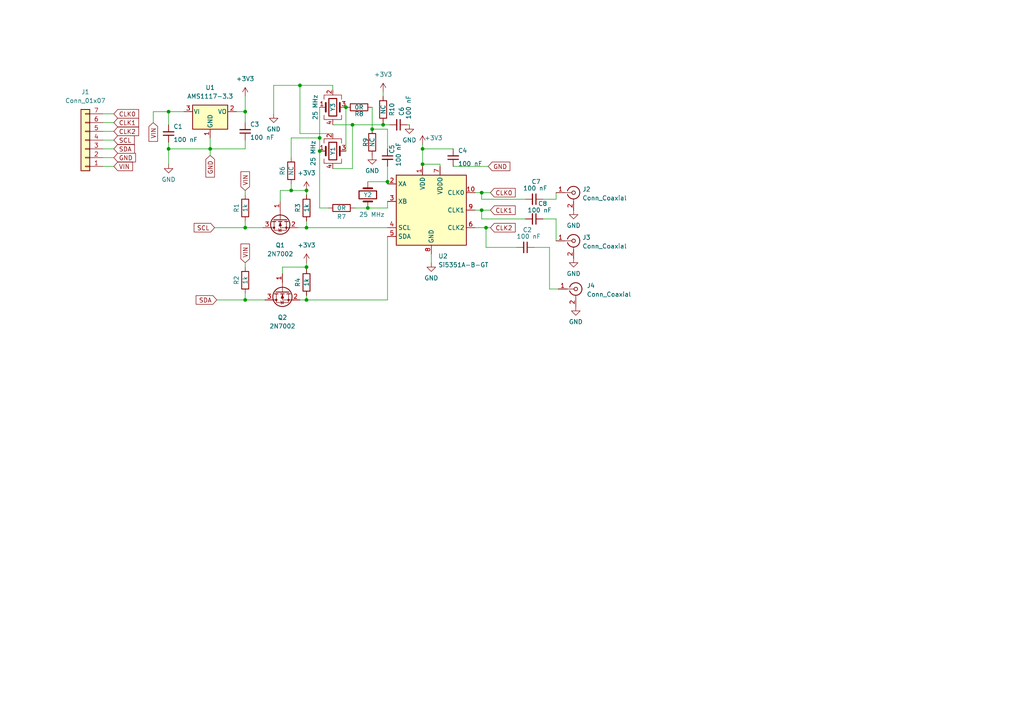
<source format=kicad_sch>
(kicad_sch (version 20211123) (generator eeschema)
  (paper "A4")
  (lib_symbols
    (symbol "Connector:Conn_Coaxial" (pin_names (offset 1.016) hide)
      (property "Reference" "J" (at 0.254 3.048 0))
      (property "Value" "Conn_Coaxial" (at 2.921 0 90))
      (symbol "Conn_Coaxial_0_1"
        (arc (start -1.778 -0.508) (mid 0.2311 -1.8066) (end 1.778 0) (stroke (width 0.254)))
        (polyline (pts (xy -2.54 0) (xy -0.508 0)))
        (polyline (pts (xy 0 -2.54) (xy 0 -1.778)))
        (circle (center 0 0) (radius 0.508) (stroke (width 0.2032)))
        (arc (start 1.778 0) (mid 0.2099 1.8101) (end -1.778 0.508) (stroke (width 0.254)))
      )
      (symbol "Conn_Coaxial_1_1"
        (pin passive line (at -5.08 0 0) (length 2.54) (name "In") (number "1"))
        (pin passive line (at 0 -5.08 90) (length 2.54) (name "Ext") (number "2"))
      )
    )
    (symbol "Connector_Generic:Conn_01x07" (pin_names (offset 1.016) hide)
      (property "Reference" "J" (at 0 10.16 0))
      (property "Value" "Conn_01x07" (at 0 -10.16 0))
      (symbol "Conn_01x07_1_1"
        (rectangle (start -1.27 -7.493) (end 0 -7.747) (stroke (width 0.1524)))
        (rectangle (start -1.27 -4.953) (end 0 -5.207) (stroke (width 0.1524)))
        (rectangle (start -1.27 -2.413) (end 0 -2.667) (stroke (width 0.1524)))
        (rectangle (start -1.27 0.127) (end 0 -0.127) (stroke (width 0.1524)))
        (rectangle (start -1.27 2.667) (end 0 2.413) (stroke (width 0.1524)))
        (rectangle (start -1.27 5.207) (end 0 4.953) (stroke (width 0.1524)))
        (rectangle (start -1.27 7.747) (end 0 7.493) (stroke (width 0.1524)))
        (rectangle (start -1.27 8.89) (end 1.27 -8.89) (stroke (width 0.254)) (fill (type background)))
        (pin passive line (at -5.08 7.62 0) (length 3.81) (name "Pin_1") (number "1"))
        (pin passive line (at -5.08 5.08 0) (length 3.81) (name "Pin_2") (number "2"))
        (pin passive line (at -5.08 2.54 0) (length 3.81) (name "Pin_3") (number "3"))
        (pin passive line (at -5.08 0 0) (length 3.81) (name "Pin_4") (number "4"))
        (pin passive line (at -5.08 -2.54 0) (length 3.81) (name "Pin_5") (number "5"))
        (pin passive line (at -5.08 -5.08 0) (length 3.81) (name "Pin_6") (number "6"))
        (pin passive line (at -5.08 -7.62 0) (length 3.81) (name "Pin_7") (number "7"))
      )
    )
    (symbol "Device:C_Small" (pin_numbers hide) (pin_names (offset 0.254) hide)
      (property "Reference" "C" (at 0.254 1.778 0))
      (property "Value" "C_Small" (at 0.254 -2.032 0))
      (symbol "C_Small_0_1"
        (polyline (pts (xy -1.524 -0.508) (xy 1.524 -0.508)) (stroke (width 0.3302)))
        (polyline (pts (xy -1.524 0.508) (xy 1.524 0.508)) (stroke (width 0.3048)))
      )
      (symbol "C_Small_1_1"
        (pin passive line (at 0 2.54 270) (length 2.032) (name "~") (number "1"))
        (pin passive line (at 0 -2.54 90) (length 2.032) (name "~") (number "2"))
      )
    )
    (symbol "Device:Crystal" (pin_numbers hide) (pin_names (offset 1.016) hide)
      (property "Reference" "Y" (at 0 3.81 0))
      (property "Value" "Crystal" (at 0 -3.81 0))
      (symbol "Crystal_0_1"
        (rectangle (start -1.143 2.54) (end 1.143 -2.54) (stroke (width 0.3048)))
        (polyline (pts (xy -2.54 0) (xy -1.905 0)))
        (polyline (pts (xy -1.905 -1.27) (xy -1.905 1.27)) (stroke (width 0.508)))
        (polyline (pts (xy 1.905 -1.27) (xy 1.905 1.27)) (stroke (width 0.508)))
        (polyline (pts (xy 2.54 0) (xy 1.905 0)))
      )
      (symbol "Crystal_1_1"
        (pin passive line (at -3.81 0 0) (length 1.27) (name "1") (number "1"))
        (pin passive line (at 3.81 0 180) (length 1.27) (name "2") (number "2"))
      )
    )
    (symbol "Device:Crystal_GND24" (pin_names (offset 1.016) hide)
      (property "Reference" "Y" (at 3.175 5.08 0))
      (property "Value" "Crystal_GND24" (at 3.175 3.175 0))
      (symbol "Crystal_GND24_0_1"
        (rectangle (start -1.143 2.54) (end 1.143 -2.54) (stroke (width 0.3048)))
        (polyline (pts (xy -2.54 0) (xy -2.032 0)))
        (polyline (pts (xy -2.032 -1.27) (xy -2.032 1.27)) (stroke (width 0.508)))
        (polyline (pts (xy 0 -3.81) (xy 0 -3.556)))
        (polyline (pts (xy 0 3.556) (xy 0 3.81)))
        (polyline (pts (xy 2.032 -1.27) (xy 2.032 1.27)) (stroke (width 0.508)))
        (polyline (pts (xy 2.032 0) (xy 2.54 0)))
        (polyline (pts (xy -2.54 -2.286) (xy -2.54 -3.556) (xy 2.54 -3.556) (xy 2.54 -2.286)))
        (polyline (pts (xy -2.54 2.286) (xy -2.54 3.556) (xy 2.54 3.556) (xy 2.54 2.286)))
      )
      (symbol "Crystal_GND24_1_1"
        (pin passive line (at -3.81 0 0) (length 1.27) (name "1") (number "1"))
        (pin passive line (at 0 5.08 270) (length 1.27) (name "2") (number "2"))
        (pin passive line (at 3.81 0 180) (length 1.27) (name "3") (number "3"))
        (pin passive line (at 0 -5.08 90) (length 1.27) (name "4") (number "4"))
      )
    )
    (symbol "Device:R" (pin_numbers hide) (pin_names (offset 0))
      (property "Reference" "R" (at 2.032 0 90))
      (property "Value" "R" (at 0 0 90))
      (symbol "R_0_1"
        (rectangle (start -1.016 -2.54) (end 1.016 2.54) (stroke (width 0.254)))
      )
      (symbol "R_1_1"
        (pin passive line (at 0 3.81 270) (length 1.27) (name "~") (number "1"))
        (pin passive line (at 0 -3.81 90) (length 1.27) (name "~") (number "2"))
      )
    )
    (symbol "Oscillator:Si5351A-B-GT"
      (property "Reference" "U" (at -8.89 11.43 0))
      (property "Value" "Si5351A-B-GT" (at -12.7 -12.7 0))
      (symbol "Si5351A-B-GT_0_1"
        (rectangle (start -10.16 10.16) (end 10.16 -10.16) (stroke (width 0.254)) (fill (type background)))
      )
      (symbol "Si5351A-B-GT_1_1"
        (pin power_in line (at -2.54 12.7 270) (length 2.54) (name "VDD") (number "1"))
        (pin output line (at 12.7 5.08 180) (length 2.54) (name "CLK0") (number "10"))
        (pin input line (at -12.7 7.62 0) (length 2.54) (name "XA") (number "2"))
        (pin input line (at -12.7 2.54 0) (length 2.54) (name "XB") (number "3"))
        (pin input line (at -12.7 -5.08 0) (length 2.54) (name "SCL") (number "4"))
        (pin bidirectional line (at -12.7 -7.62 0) (length 2.54) (name "SDA") (number "5"))
        (pin output line (at 12.7 -5.08 180) (length 2.54) (name "CLK2") (number "6"))
        (pin power_in line (at 2.54 12.7 270) (length 2.54) (name "VDDO") (number "7"))
        (pin power_in line (at 0 -12.7 90) (length 2.54) (name "GND") (number "8"))
        (pin output line (at 12.7 0 180) (length 2.54) (name "CLK1") (number "9"))
      )
    )
    (symbol "Regulator_Linear:AMS1117-3.3" (pin_names (offset 0.254))
      (property "Reference" "U" (at -3.81 3.175 0))
      (property "Value" "AMS1117-3.3" (at 0 3.175 0))
      (symbol "AMS1117-3.3_0_1"
        (rectangle (start -5.08 -5.08) (end 5.08 1.905) (stroke (width 0.254)) (fill (type background)))
      )
      (symbol "AMS1117-3.3_1_1"
        (pin power_in line (at 0 -7.62 90) (length 2.54) (name "GND") (number "1"))
        (pin power_out line (at 7.62 0 180) (length 2.54) (name "VO") (number "2"))
        (pin power_in line (at -7.62 0 0) (length 2.54) (name "VI") (number "3"))
      )
    )
    (symbol "Transistor_FET:2N7002" (pin_names hide)
      (property "Reference" "Q" (at 5.08 1.905 0))
      (property "Value" "2N7002" (at 5.08 0 0))
      (symbol "2N7002_0_1"
        (polyline (pts (xy 0.254 0) (xy -2.54 0)))
        (polyline (pts (xy 0.254 1.905) (xy 0.254 -1.905)) (stroke (width 0.254)))
        (polyline (pts (xy 0.762 -1.27) (xy 0.762 -2.286)) (stroke (width 0.254)))
        (polyline (pts (xy 0.762 0.508) (xy 0.762 -0.508)) (stroke (width 0.254)))
        (polyline (pts (xy 0.762 2.286) (xy 0.762 1.27)) (stroke (width 0.254)))
        (polyline (pts (xy 2.54 2.54) (xy 2.54 1.778)))
        (polyline (pts (xy 2.54 -2.54) (xy 2.54 0) (xy 0.762 0)))
        (polyline (pts (xy 0.762 -1.778) (xy 3.302 -1.778) (xy 3.302 1.778) (xy 0.762 1.778)))
        (polyline (pts (xy 1.016 0) (xy 2.032 0.381) (xy 2.032 -0.381) (xy 1.016 0)) (fill (type outline)))
        (polyline (pts (xy 2.794 0.508) (xy 2.921 0.381) (xy 3.683 0.381) (xy 3.81 0.254)))
        (polyline (pts (xy 3.302 0.381) (xy 2.921 -0.254) (xy 3.683 -0.254) (xy 3.302 0.381)))
        (circle (center 1.651 0) (radius 2.794) (stroke (width 0.254)))
        (circle (center 2.54 -1.778) (radius 0.254) (fill (type outline)))
        (circle (center 2.54 1.778) (radius 0.254) (fill (type outline)))
      )
      (symbol "2N7002_1_1"
        (pin input line (at -5.08 0 0) (length 2.54) (name "G") (number "1"))
        (pin passive line (at 2.54 -5.08 90) (length 2.54) (name "S") (number "2"))
        (pin passive line (at 2.54 5.08 270) (length 2.54) (name "D") (number "3"))
      )
    )
    (symbol "power:+3V3" (power) (pin_names (offset 0))
      (property "Value" "+3V3" (at 0 3.556 0))
      (symbol "+3V3_0_1"
        (polyline (pts (xy -0.762 1.27) (xy 0 2.54)))
        (polyline (pts (xy 0 0) (xy 0 2.54)))
        (polyline (pts (xy 0 2.54) (xy 0.762 1.27)))
      )
      (symbol "+3V3_1_1"
        (pin power_in line (at 0 0 90) (length 0) hide (name "+3V3") (number "1"))
      )
    )
    (symbol "power:GND" (power) (pin_names (offset 0))
      (property "Value" "GND" (at 0 -3.81 0))
      (symbol "GND_0_1"
        (polyline (pts (xy 0 0) (xy 0 -1.27) (xy 1.27 -1.27) (xy 0 -2.54) (xy -1.27 -1.27) (xy 0 -1.27)))
      )
      (symbol "GND_1_1"
        (pin power_in line (at 0 0 270) (length 0) hide (name "GND") (number "1"))
      )
    )
  )
  (junction (at 122.555 47.625))
  (junction (at 71.12 32.385))
  (junction (at 102.235 36.195))
  (junction (at 88.9 55.245))
  (junction (at 88.9 86.995))
  (junction (at 100.33 31.115))
  (junction (at 139.7 55.88))
  (junction (at 86.995 24.765))
  (junction (at 107.95 37.465))
  (junction (at 60.96 43.18))
  (junction (at 88.9 77.47))
  (junction (at 92.71 43.815))
  (junction (at 139.7 60.96))
  (junction (at 111.125 36.195))
  (junction (at 112.395 52.705))
  (junction (at 71.12 66.04))
  (junction (at 140.97 66.04))
  (junction (at 122.555 43.18))
  (junction (at 48.895 43.18))
  (junction (at 71.12 86.995))
  (junction (at 88.9 66.04))
  (junction (at 48.895 32.385))
  (junction (at 92.71 40.005))
  (junction (at 84.455 55.245))
  (junction (at 106.68 60.325))
  (wire (pts (xy 29.845 40.64) (xy 33.02 40.64)))
  (wire (pts (xy 157.48 63.5) (xy 161.29 63.5)))
  (wire (pts (xy 60.96 43.18) (xy 60.96 45.085)))
  (wire (pts (xy 79.375 24.765) (xy 86.995 24.765)))
  (wire (pts (xy 139.7 57.785) (xy 152.4 57.785)))
  (wire (pts (xy 100.33 31.115) (xy 100.33 43.815)))
  (wire (pts (xy 84.455 40.005) (xy 92.71 40.005)))
  (wire (pts (xy 71.12 35.56) (xy 71.12 32.385)))
  (wire (pts (xy 112.395 37.465) (xy 107.95 37.465)))
  (wire (pts (xy 88.9 86.995) (xy 112.395 86.995)))
  (wire (pts (xy 86.995 86.995) (xy 88.9 86.995)))
  (wire (pts (xy 84.455 53.34) (xy 84.455 55.245)))
  (wire (pts (xy 140.97 66.04) (xy 142.24 66.04)))
  (wire (pts (xy 112.395 43.18) (xy 112.395 37.465)))
  (wire (pts (xy 92.71 43.815) (xy 92.71 60.325)))
  (wire (pts (xy 139.7 60.96) (xy 142.24 60.96)))
  (wire (pts (xy 86.995 38.735) (xy 86.995 24.765)))
  (wire (pts (xy 137.795 66.04) (xy 140.97 66.04)))
  (wire (pts (xy 48.895 32.385) (xy 53.34 32.385)))
  (wire (pts (xy 112.395 52.705) (xy 112.395 53.34)))
  (wire (pts (xy 111.125 36.195) (xy 113.03 36.195)))
  (wire (pts (xy 48.895 41.275) (xy 48.895 43.18)))
  (wire (pts (xy 112.395 48.26) (xy 112.395 52.705)))
  (wire (pts (xy 62.23 66.04) (xy 71.12 66.04)))
  (wire (pts (xy 71.12 27.94) (xy 71.12 32.385)))
  (wire (pts (xy 44.45 35.56) (xy 44.45 32.385)))
  (wire (pts (xy 81.915 77.47) (xy 88.9 77.47)))
  (wire (pts (xy 88.9 77.47) (xy 88.9 78.105)))
  (wire (pts (xy 71.12 64.135) (xy 71.12 66.04)))
  (wire (pts (xy 122.555 41.91) (xy 122.555 43.18)))
  (wire (pts (xy 159.385 83.82) (xy 161.925 83.82)))
  (wire (pts (xy 139.7 60.96) (xy 139.7 63.5)))
  (wire (pts (xy 88.9 76.2) (xy 88.9 77.47)))
  (wire (pts (xy 81.28 55.245) (xy 84.455 55.245)))
  (wire (pts (xy 106.68 52.705) (xy 112.395 52.705)))
  (wire (pts (xy 154.94 71.755) (xy 159.385 71.755)))
  (wire (pts (xy 161.29 57.785) (xy 161.29 55.88)))
  (wire (pts (xy 106.68 60.325) (xy 112.395 60.325)))
  (wire (pts (xy 79.375 24.765) (xy 79.375 33.02)))
  (wire (pts (xy 29.845 38.1) (xy 33.02 38.1)))
  (wire (pts (xy 127.635 48.26) (xy 127.635 47.625)))
  (wire (pts (xy 122.555 47.625) (xy 122.555 48.26)))
  (wire (pts (xy 60.96 43.18) (xy 71.12 43.18)))
  (wire (pts (xy 131.445 48.26) (xy 141.605 48.26)))
  (wire (pts (xy 92.71 31.115) (xy 92.71 40.005)))
  (wire (pts (xy 139.7 55.88) (xy 142.24 55.88)))
  (wire (pts (xy 68.58 32.385) (xy 71.12 32.385)))
  (wire (pts (xy 112.395 68.58) (xy 112.395 86.995)))
  (wire (pts (xy 81.28 58.42) (xy 81.28 55.245)))
  (wire (pts (xy 29.845 48.26) (xy 33.02 48.26)))
  (wire (pts (xy 48.895 43.18) (xy 60.96 43.18)))
  (wire (pts (xy 88.9 64.135) (xy 88.9 66.04)))
  (wire (pts (xy 122.555 43.18) (xy 122.555 47.625)))
  (wire (pts (xy 44.45 32.385) (xy 48.895 32.385)))
  (wire (pts (xy 84.455 45.72) (xy 84.455 40.005)))
  (wire (pts (xy 125.095 73.66) (xy 125.095 76.2)))
  (wire (pts (xy 96.52 36.195) (xy 102.235 36.195)))
  (wire (pts (xy 118.11 36.195) (xy 118.745 36.195)))
  (wire (pts (xy 71.12 86.995) (xy 76.835 86.995)))
  (wire (pts (xy 96.52 24.765) (xy 96.52 26.035)))
  (wire (pts (xy 29.845 33.02) (xy 33.02 33.02)))
  (wire (pts (xy 140.97 66.04) (xy 140.97 71.755)))
  (wire (pts (xy 88.9 66.04) (xy 112.395 66.04)))
  (wire (pts (xy 92.71 60.325) (xy 95.25 60.325)))
  (wire (pts (xy 62.865 86.995) (xy 71.12 86.995)))
  (wire (pts (xy 88.9 85.725) (xy 88.9 86.995)))
  (wire (pts (xy 96.52 48.895) (xy 102.235 48.895)))
  (wire (pts (xy 161.29 63.5) (xy 161.29 69.85)))
  (wire (pts (xy 92.71 40.005) (xy 92.71 43.815)))
  (wire (pts (xy 71.12 85.09) (xy 71.12 86.995)))
  (wire (pts (xy 157.48 57.785) (xy 161.29 57.785)))
  (wire (pts (xy 122.555 43.18) (xy 131.445 43.18)))
  (wire (pts (xy 111.125 26.67) (xy 111.125 27.94)))
  (wire (pts (xy 140.97 71.755) (xy 149.86 71.755)))
  (wire (pts (xy 139.7 63.5) (xy 152.4 63.5)))
  (wire (pts (xy 29.845 43.18) (xy 33.02 43.18)))
  (wire (pts (xy 29.845 35.56) (xy 33.02 35.56)))
  (wire (pts (xy 102.235 36.195) (xy 102.235 48.895)))
  (wire (pts (xy 137.795 60.96) (xy 139.7 60.96)))
  (wire (pts (xy 112.395 60.325) (xy 112.395 58.42)))
  (wire (pts (xy 84.455 55.245) (xy 88.9 55.245)))
  (wire (pts (xy 102.87 60.325) (xy 106.68 60.325)))
  (wire (pts (xy 71.12 43.18) (xy 71.12 40.64)))
  (wire (pts (xy 71.12 66.04) (xy 76.2 66.04)))
  (wire (pts (xy 102.235 36.195) (xy 111.125 36.195)))
  (wire (pts (xy 159.385 71.755) (xy 159.385 83.82)))
  (wire (pts (xy 86.995 38.735) (xy 96.52 38.735)))
  (wire (pts (xy 86.995 24.765) (xy 96.52 24.765)))
  (wire (pts (xy 137.795 55.88) (xy 139.7 55.88)))
  (wire (pts (xy 29.845 45.72) (xy 33.02 45.72)))
  (wire (pts (xy 86.36 66.04) (xy 88.9 66.04)))
  (wire (pts (xy 48.895 43.18) (xy 48.895 47.625)))
  (wire (pts (xy 48.895 32.385) (xy 48.895 36.195)))
  (wire (pts (xy 111.125 35.56) (xy 111.125 36.195)))
  (wire (pts (xy 107.95 31.115) (xy 107.95 37.465)))
  (wire (pts (xy 139.7 55.88) (xy 139.7 57.785)))
  (wire (pts (xy 81.915 79.375) (xy 81.915 77.47)))
  (wire (pts (xy 71.12 76.2) (xy 71.12 77.47)))
  (wire (pts (xy 88.9 55.245) (xy 88.9 56.515)))
  (wire (pts (xy 71.12 55.245) (xy 71.12 56.515)))
  (wire (pts (xy 60.96 40.005) (xy 60.96 43.18)))
  (wire (pts (xy 127.635 47.625) (xy 122.555 47.625)))
  (global_label "VIN" (shape input) (at 71.12 55.245 90) (property "Intersheet References" "${INTERSHEET_REFS}" (effects hide)))
  (global_label "SCL" (shape input) (at 62.23 66.04 180) (property "Intersheet References" "${INTERSHEET_REFS}" (effects hide)))
  (global_label "GND" (shape input) (at 141.605 48.26 0) (property "Intersheet References" "${INTERSHEET_REFS}" (effects hide)))
  (global_label "CLK1" (shape input) (at 33.02 35.56 0) (property "Intersheet References" "${INTERSHEET_REFS}" (effects hide)))
  (global_label "SDA" (shape input) (at 62.865 86.995 180) (property "Intersheet References" "${INTERSHEET_REFS}" (effects hide)))
  (global_label "VIN" (shape input) (at 71.12 76.2 90) (property "Intersheet References" "${INTERSHEET_REFS}" (effects hide)))
  (global_label "VIN" (shape input) (at 44.45 35.56 270) (property "Intersheet References" "${INTERSHEET_REFS}" (effects hide)))
  (global_label "GND" (shape input) (at 60.96 45.085 270) (property "Intersheet References" "${INTERSHEET_REFS}" (effects hide)))
  (global_label "SDA" (shape input) (at 33.02 43.18 0) (property "Intersheet References" "${INTERSHEET_REFS}" (effects hide)))
  (global_label "VIN" (shape input) (at 33.02 48.26 0) (property "Intersheet References" "${INTERSHEET_REFS}" (effects hide)))
  (global_label "GND" (shape input) (at 33.02 45.72 0) (property "Intersheet References" "${INTERSHEET_REFS}" (effects hide)))
  (global_label "SCL" (shape input) (at 33.02 40.64 0) (property "Intersheet References" "${INTERSHEET_REFS}" (effects hide)))
  (global_label "CLK1" (shape input) (at 142.24 60.96 0) (property "Intersheet References" "${INTERSHEET_REFS}" (effects hide)))
  (global_label "CLK0" (shape input) (at 142.24 55.88 0) (property "Intersheet References" "${INTERSHEET_REFS}" (effects hide)))
  (global_label "CLK2" (shape input) (at 33.02 38.1 0) (property "Intersheet References" "${INTERSHEET_REFS}" (effects hide)))
  (global_label "CLK2" (shape input) (at 142.24 66.04 0) (property "Intersheet References" "${INTERSHEET_REFS}" (effects hide)))
  (global_label "CLK0" (shape input) (at 33.02 33.02 0) (property "Intersheet References" "${INTERSHEET_REFS}" (effects hide)))
  (symbol (lib_id "power:+3V3") (at 122.555 41.91 0) (unit 1)
    (property "Reference" "#PWR0105" (effects hide))
    (property "Value" "+3V3" (at 125.73 40.005 0))
  )
  (symbol (lib_id "power:+3V3") (at 71.12 27.94 0) (unit 1)
    (property "Reference" "#PWR0102" (effects hide))
    (property "Value" "+3V3" (at 71.12 22.86 0))
  )
  (symbol (lib_id "power:+3V3") (at 111.125 26.67 0) (unit 1)
    (property "Reference" "#PWR0113" (effects hide))
    (property "Value" "+3V3" (at 111.125 21.59 0))
  )
  (symbol (lib_id "power:GND") (at 166.37 60.96 0) (unit 1)
    (property "Reference" "#PWR0108" (effects hide))
    (property "Value" "GND" (at 166.37 65.405 0))
  )
  (symbol (lib_id "power:GND") (at 167.005 88.9 0) (unit 1)
    (property "Reference" "#PWR0109" (effects hide))
    (property "Value" "GND" (at 167.005 93.345 0))
  )
  (symbol (lib_id "Device:Crystal_GND24") (at 96.52 43.815 0) (unit 1)
    (property "Reference" "Y1" (at 96.52 43.815 90))
    (property "Value" "25 MHz" (at 90.805 44.45 90))
    (property "Footprint" "Crystal:Crystal_SMD_3225-4Pin_3.2x2.5mm_HandSoldering" (effects hide))
    (property "LCSC" "C9006" (effects hide))
  )
  (symbol (lib_id "Device:R") (at 104.14 31.115 270) (unit 1)
    (property "Reference" "R8" (at 104.14 33.02 90))
    (property "Value" "0R" (at 104.14 31.115 90))
    (property "Footprint" "Resistor_SMD:R_0805_2012Metric_Pad1.20x1.40mm_HandSolder" (effects hide))
    (property "LCSC" "C17477 " (effects hide))
  )
  (symbol (lib_id "Connector:Conn_Coaxial") (at 166.37 55.88 0) (unit 1)
    (property "Reference" "J2" (at 168.91 54.9031 0) (effects (justify left)))
    (property "Value" "Conn_Coaxial" (at 168.91 57.4431 0) (effects (justify left)))
    (property "Footprint" "PLLBoard:SMA_Amphenol_132289_EdgeMount_Wide" (effects hide))
    (property "Datasheet" " ~" (effects hide))
  )
  (symbol (lib_id "Device:R") (at 111.125 31.75 0) (unit 1)
    (property "Reference" "R10" (at 113.665 31.75 90))
    (property "Value" "NC" (at 111.125 31.75 90))
    (property "Footprint" "Resistor_SMD:R_0805_2012Metric_Pad1.20x1.40mm_HandSolder" (effects hide))
  )
  (symbol (lib_id "Device:C_Small") (at 154.94 63.5 270) (unit 1)
    (property "Reference" "C8" (at 158.75 59.055 90) (effects (justify right)))
    (property "Value" "100 nF" (at 160.02 60.96 90) (effects (justify right)))
    (property "Footprint" "Capacitor_SMD:C_0805_2012Metric_Pad1.18x1.45mm_HandSolder" (effects hide))
    (property "LCSC" "C49678" (effects hide))
  )
  (symbol (lib_id "Device:R") (at 71.12 60.325 180) (unit 1)
    (property "Reference" "R1" (at 68.58 60.325 90))
    (property "Value" "1k" (at 71.12 60.325 90))
    (property "Footprint" "Resistor_SMD:R_0805_2012Metric_Pad1.20x1.40mm_HandSolder" (effects hide))
    (property "LCSC" "C17513" (effects hide))
  )
  (symbol (lib_id "Oscillator:Si5351A-B-GT") (at 125.095 60.96 0) (unit 1)
    (property "Reference" "U2" (at 127.1144 74.295 0) (effects (justify left)))
    (property "Value" "Si5351A-B-GT" (at 127.1144 76.835 0) (effects (justify left)))
    (property "Footprint" "Package_SO:MSOP-10_3x3mm_P0.5mm" (effects hide))
    (property "Datasheet" "https://www.silabs.com/documents/public/data-sheets/Si5351-B.pdf" (effects hide))
    (property "LCSC" "C1509083" (effects hide))
  )
  (symbol (lib_id "Device:C_Small") (at 131.445 45.72 180) (unit 1)
    (property "Reference" "C4" (at 132.842 43.688 0) (effects (justify right)))
    (property "Value" "100 nF" (at 132.842 47.498 0) (effects (justify right)))
    (property "Footprint" "Capacitor_SMD:C_0805_2012Metric_Pad1.18x1.45mm_HandSolder" (effects hide))
    (property "LCSC" "C49678" (effects hide))
  )
  (symbol (lib_id "Device:R") (at 71.12 81.28 180) (unit 1)
    (property "Reference" "R2" (at 68.58 81.28 90))
    (property "Value" "1k" (at 71.12 81.28 90))
    (property "Footprint" "Resistor_SMD:R_0805_2012Metric_Pad1.20x1.40mm_HandSolder" (effects hide))
    (property "LCSC" "C17513" (effects hide))
  )
  (symbol (lib_id "Device:R") (at 107.95 41.275 180) (unit 1)
    (property "Reference" "R9" (at 106.045 41.275 90))
    (property "Value" "NC" (at 107.95 41.275 90))
    (property "Footprint" "Resistor_SMD:R_0805_2012Metric_Pad1.20x1.40mm_HandSolder" (effects hide))
  )
  (symbol (lib_id "Transistor_FET:2N7002") (at 81.28 63.5 90) (mirror x) (unit 1)
    (property "Reference" "Q1" (at 81.28 71.12 90))
    (property "Value" "2N7002" (at 81.28 73.66 90))
    (property "Footprint" "Package_TO_SOT_SMD:SOT-23" (effects hide))
    (property "Datasheet" "https://www.onsemi.com/pub/Collateral/NDS7002A-D.PDF" (effects hide))
    (property "LCSC" "C8545" (effects hide))
  )
  (symbol (lib_id "Device:C_Small") (at 152.4 71.755 270) (unit 1)
    (property "Reference" "C2" (at 154.305 66.675 90) (effects (justify right)))
    (property "Value" "100 nF" (at 156.845 68.58 90) (effects (justify right)))
    (property "Footprint" "Capacitor_SMD:C_0805_2012Metric_Pad1.18x1.45mm_HandSolder" (effects hide))
    (property "LCSC" "C49678" (effects hide))
  )
  (symbol (lib_id "Device:C_Small") (at 154.94 57.785 270) (unit 1)
    (property "Reference" "C7" (at 156.845 52.705 90) (effects (justify right)))
    (property "Value" "100 nF" (at 158.75 54.61 90) (effects (justify right)))
    (property "Footprint" "Capacitor_SMD:C_0805_2012Metric_Pad1.18x1.45mm_HandSolder" (effects hide))
    (property "LCSC" "C49678" (effects hide))
  )
  (symbol (lib_id "power:GND") (at 118.745 36.195 0) (unit 1)
    (property "Reference" "#PWR0111" (effects hide))
    (property "Value" "GND" (at 118.745 40.64 0))
  )
  (symbol (lib_id "Device:Crystal") (at 106.68 56.515 270) (unit 1)
    (property "Reference" "Y2" (at 105.41 56.515 90) (effects (justify left)))
    (property "Value" "25 MHz" (at 104.14 62.23 90) (effects (justify left)))
    (property "Footprint" "Crystal:Crystal_HC49-U_Vertical" (effects hide))
  )
  (symbol (lib_id "Device:C_Small") (at 115.57 36.195 270) (unit 1)
    (property "Reference" "C6" (at 116.459 33.655 0) (effects (justify right)))
    (property "Value" "100 nF" (at 118.491 34.671 0) (effects (justify right)))
    (property "Footprint" "Capacitor_SMD:C_0805_2012Metric_Pad1.18x1.45mm_HandSolder" (effects hide))
    (property "LCSC" "C49678" (effects hide))
  )
  (symbol (lib_id "power:GND") (at 125.095 76.2 0) (unit 1)
    (property "Reference" "#PWR0103" (effects hide))
    (property "Value" "GND" (at 125.095 80.645 0))
  )
  (symbol (lib_id "power:+3V3") (at 88.9 55.245 0) (unit 1)
    (property "Reference" "#PWR0106" (effects hide))
    (property "Value" "+3V3" (at 88.9 50.165 0))
  )
  (symbol (lib_id "Transistor_FET:2N7002") (at 81.915 84.455 90) (mirror x) (unit 1)
    (property "Reference" "Q2" (at 81.915 92.075 90))
    (property "Value" "2N7002" (at 81.915 94.615 90))
    (property "Footprint" "Package_TO_SOT_SMD:SOT-23" (effects hide))
    (property "Datasheet" "https://www.onsemi.com/pub/Collateral/NDS7002A-D.PDF" (effects hide))
    (property "LCSC" "C8545" (effects hide))
  )
  (symbol (lib_id "Device:R") (at 88.9 81.915 180) (unit 1)
    (property "Reference" "R4" (at 86.36 81.915 90))
    (property "Value" "1k" (at 88.9 81.915 90))
    (property "Footprint" "Resistor_SMD:R_0805_2012Metric_Pad1.20x1.40mm_HandSolder" (effects hide))
    (property "LCSC" "C17513" (effects hide))
  )
  (symbol (lib_id "power:+3V3") (at 88.9 76.2 0) (unit 1)
    (property "Reference" "#PWR0104" (effects hide))
    (property "Value" "+3V3" (at 88.9 71.12 0))
  )
  (symbol (lib_id "power:GND") (at 48.895 47.625 0) (unit 1)
    (property "Reference" "#PWR0101" (effects hide))
    (property "Value" "GND" (at 48.895 52.07 0))
  )
  (symbol (lib_id "Connector:Conn_Coaxial") (at 167.005 83.82 0) (unit 1)
    (property "Reference" "J4" (at 170.18 82.8431 0) (effects (justify left)))
    (property "Value" "Conn_Coaxial" (at 170.18 85.3831 0) (effects (justify left)))
    (property "Footprint" "PLLBoard:SMA_Amphenol_132289_EdgeMount_Wide" (effects hide))
    (property "Datasheet" " ~" (effects hide))
  )
  (symbol (lib_id "Device:R") (at 88.9 60.325 180) (unit 1)
    (property "Reference" "R3" (at 86.36 60.325 90))
    (property "Value" "1k" (at 88.9 60.325 90))
    (property "Footprint" "Resistor_SMD:R_0805_2012Metric_Pad1.20x1.40mm_HandSolder" (effects hide))
    (property "LCSC" "C17513" (effects hide))
  )
  (symbol (lib_id "Connector:Conn_Coaxial") (at 166.37 69.85 0) (unit 1)
    (property "Reference" "J3" (at 168.91 68.8731 0) (effects (justify left)))
    (property "Value" "Conn_Coaxial" (at 168.91 71.4131 0) (effects (justify left)))
    (property "Footprint" "PLLBoard:SMA_Amphenol_132289_EdgeMount_Wide" (effects hide))
    (property "Datasheet" " ~" (effects hide))
  )
  (symbol (lib_id "power:GND") (at 107.95 45.085 0) (unit 1)
    (property "Reference" "#PWR0112" (effects hide))
    (property "Value" "GND" (at 107.95 49.53 0))
  )
  (symbol (lib_id "Device:Crystal_GND24") (at 96.52 31.115 0) (unit 1)
    (property "Reference" "Y3" (at 96.52 31.115 90))
    (property "Value" "25 MHz" (at 91.44 31.115 90))
    (property "Footprint" "Crystal:Crystal_SMD_2520-4Pin_2.5x2.0mm" (effects hide))
  )
  (symbol (lib_id "power:GND") (at 166.37 74.93 0) (unit 1)
    (property "Reference" "#PWR0107" (effects hide))
    (property "Value" "GND" (at 166.37 79.375 0))
  )
  (symbol (lib_id "Device:C_Small") (at 112.395 45.72 0) (unit 1)
    (property "Reference" "C5" (at 113.665 41.91 90) (effects (justify right)))
    (property "Value" "100 nF" (at 115.57 41.275 90) (effects (justify right)))
    (property "Footprint" "Capacitor_SMD:C_0805_2012Metric_Pad1.18x1.45mm_HandSolder" (effects hide))
    (property "LCSC" "C49678" (effects hide))
  )
  (symbol (lib_id "Device:C_Small") (at 48.895 38.735 180) (unit 1)
    (property "Reference" "C1" (at 50.292 36.703 0) (effects (justify right)))
    (property "Value" "100 nF" (at 50.292 40.513 0) (effects (justify right)))
    (property "Footprint" "Capacitor_SMD:C_0805_2012Metric_Pad1.18x1.45mm_HandSolder" (effects hide))
    (property "LCSC" "C49678" (effects hide))
  )
  (symbol (lib_id "Regulator_Linear:AMS1117-3.3") (at 60.96 32.385 0) (unit 1)
    (property "Reference" "U1" (at 60.96 25.4 0))
    (property "Value" "AMS1117-3.3" (at 60.96 27.94 0))
    (property "Footprint" "Package_TO_SOT_SMD:SOT-223-3_TabPin2" (effects hide))
    (property "Datasheet" "http://www.advanced-monolithic.com/pdf/ds1117.pdf" (effects hide))
    (property "LCSC" "C6186" (effects hide))
  )
  (symbol (lib_id "power:GND") (at 79.375 33.02 0) (unit 1)
    (property "Reference" "#PWR0110" (effects hide))
    (property "Value" "GND" (at 79.375 37.465 0))
  )
  (symbol (lib_id "Device:C_Small") (at 71.12 38.1 180) (unit 1)
    (property "Reference" "C3" (at 72.517 36.068 0) (effects (justify right)))
    (property "Value" "100 nF" (at 72.517 39.878 0) (effects (justify right)))
    (property "Footprint" "Capacitor_SMD:C_0805_2012Metric_Pad1.18x1.45mm_HandSolder" (effects hide))
    (property "LCSC" "C49678" (effects hide))
  )
  (symbol (lib_id "Device:R") (at 84.455 49.53 180) (unit 1)
    (property "Reference" "R6" (at 81.915 49.53 90))
    (property "Value" "NC" (at 84.455 49.53 90))
    (property "Footprint" "Resistor_SMD:R_0805_2012Metric_Pad1.20x1.40mm_HandSolder" (effects hide))
  )
  (symbol (lib_id "Device:R") (at 99.06 60.325 270) (unit 1)
    (property "Reference" "R7" (at 99.06 62.865 90))
    (property "Value" "0R" (at 99.06 60.325 90))
    (property "Footprint" "Resistor_SMD:R_0805_2012Metric_Pad1.20x1.40mm_HandSolder" (effects hide))
    (property "LCSC" "C17477 " (effects hide))
  )
  (symbol (lib_id "Connector_Generic:Conn_01x07") (at 24.765 40.64 180) (unit 1)
    (property "Reference" "J1" (at 24.765 26.67 0))
    (property "Value" "Conn_01x07" (at 24.765 29.21 0))
    (property "Footprint" "Connector_PinSocket_2.54mm:PinSocket_1x07_P2.54mm_Vertical" (effects hide))
  )
)
</source>
